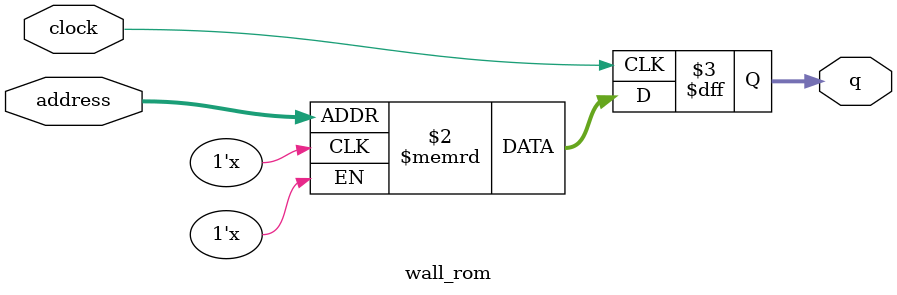
<source format=sv>
module wall_rom (
	input logic clock,
	input logic [6:0] address,
	output logic [3:0] q
);

logic [3:0] memory [0:74] /* synthesis ram_init_file = "./wall/wall.COE" */;

always_ff @ (posedge clock) begin
	q <= memory[address];
end

endmodule

</source>
